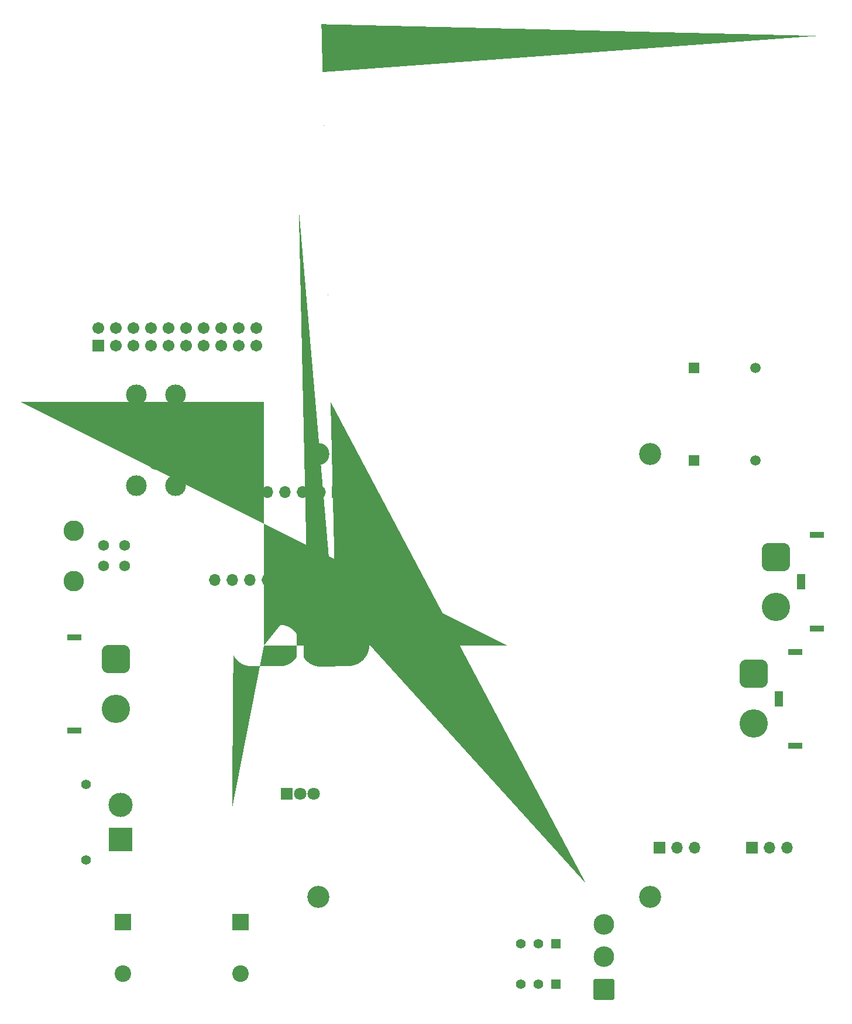
<source format=gbr>
%TF.GenerationSoftware,KiCad,Pcbnew,8.0.3*%
%TF.CreationDate,2025-06-05T12:32:52-07:00*%
%TF.ProjectId,Power_ManagementV2,506f7765-725f-44d6-916e-6167656d656e,rev?*%
%TF.SameCoordinates,Original*%
%TF.FileFunction,Soldermask,Bot*%
%TF.FilePolarity,Negative*%
%FSLAX46Y46*%
G04 Gerber Fmt 4.6, Leading zero omitted, Abs format (unit mm)*
G04 Created by KiCad (PCBNEW 8.0.3) date 2025-06-05 12:32:52*
%MOMM*%
%LPD*%
G01*
G04 APERTURE LIST*
G04 Aperture macros list*
%AMRoundRect*
0 Rectangle with rounded corners*
0 $1 Rounding radius*
0 $2 $3 $4 $5 $6 $7 $8 $9 X,Y pos of 4 corners*
0 Add a 4 corners polygon primitive as box body*
4,1,4,$2,$3,$4,$5,$6,$7,$8,$9,$2,$3,0*
0 Add four circle primitives for the rounded corners*
1,1,$1+$1,$2,$3*
1,1,$1+$1,$4,$5*
1,1,$1+$1,$6,$7*
1,1,$1+$1,$8,$9*
0 Add four rect primitives between the rounded corners*
20,1,$1+$1,$2,$3,$4,$5,0*
20,1,$1+$1,$4,$5,$6,$7,0*
20,1,$1+$1,$6,$7,$8,$9,0*
20,1,$1+$1,$8,$9,$2,$3,0*%
%AMFreePoly0*
4,1,64,2.219304,2.963065,2.677052,2.853170,3.111972,2.673020,3.513357,2.427051,3.871321,2.121320,4.177052,1.763356,4.423021,1.361971,4.603171,0.927051,4.713066,0.469303,4.750001,0.000000,4.713066,-0.469303,4.603171,-0.927051,4.423021,-1.361971,4.177052,-1.763356,3.871321,-2.121320,3.513357,-2.427051,3.111972,-2.673020,2.677052,-2.853170,2.219304,-2.963065,1.750001,-3.000000,
-2.249999,-3.000000,-2.397706,-2.996361,-2.545055,-2.985454,-2.691689,-2.967306,-2.837251,-2.941960,-2.981388,-2.909478,-3.123751,-2.869938,-3.263995,-2.823437,-3.401780,-2.770088,-3.536770,-2.710019,-3.668639,-2.643376,-3.797067,-2.570322,-3.921743,-2.491033,-4.042363,-2.405702,-4.158636,-2.314536,-4.270279,-2.217755,-4.377022,-2.115595,-4.478605,-2.008303,-4.574782,-1.896139,-4.665320,-1.779377,
-4.750000,-1.658298,-4.750001,1.658297,-4.665322,1.779376,-4.574783,1.896139,-4.478606,2.008302,-4.377023,2.115594,-4.270281,2.217755,-4.158637,2.314535,-4.042365,2.405702,-3.921744,2.491033,-3.797069,2.570322,-3.668640,2.643376,-3.536771,2.710019,-3.401780,2.770087,-3.263996,2.823437,-3.123752,2.869937,-2.981389,2.909477,-2.837251,2.941959,-2.691689,2.967304,-2.545056,2.985452,
-2.397706,2.996359,-2.249999,2.999997,1.750001,3.000000,2.219304,2.963065,2.219304,2.963065,$1*%
%AMFreePoly1*
4,1,64,2.397707,2.996361,2.545056,2.985454,2.691689,2.967306,2.837251,2.941960,2.981388,2.909477,3.123751,2.869938,3.263995,2.823437,3.401779,2.770087,3.536770,2.710019,3.668639,2.643376,3.797067,2.570322,3.921742,2.491033,4.042363,2.405702,4.158635,2.314536,4.270278,2.217755,4.377021,2.115595,4.478604,2.008303,4.574782,1.896140,4.665320,1.779378,4.750000,1.658299,
4.750001,-1.658298,4.665321,-1.779377,4.574783,-1.896139,4.478606,-2.008303,4.377022,-2.115595,4.270280,-2.217755,4.158637,-2.314536,4.042364,-2.405702,3.921744,-2.491033,3.797068,-2.570322,3.668640,-2.643376,3.536771,-2.710019,3.401780,-2.770087,3.263996,-2.823437,3.123752,-2.869937,2.981389,-2.909477,2.837251,-2.941959,2.691689,-2.967305,2.545056,-2.985453,2.397707,-2.996360,
2.250000,-2.999998,-1.750001,-3.000000,-2.219304,-2.963065,-2.677051,-2.853170,-3.111972,-2.673020,-3.513356,-2.427051,-3.871321,-2.121320,-4.177051,-1.763356,-4.423020,-1.361971,-4.603170,-0.927051,-4.713066,-0.469303,-4.750001,0.000000,-4.713066,0.469303,-4.603170,0.927051,-4.423020,1.361971,-4.177051,1.763356,-3.871321,2.121320,-3.513356,2.427051,-3.111972,2.673020,-2.677051,2.853170,
-2.219304,2.963065,-1.750001,3.000000,2.250000,3.000000,2.397707,2.996361,2.397707,2.996361,$1*%
G04 Aperture macros list end*
%ADD10C,1.498600*%
%ADD11R,1.498600X1.498600*%
%ADD12C,1.574800*%
%ADD13C,2.971800*%
%ADD14C,3.200000*%
%ADD15R,1.500000X1.500000*%
%ADD16C,1.500000*%
%ADD17C,3.000000*%
%ADD18R,2.400000X2.400000*%
%ADD19C,2.400000*%
%ADD20RoundRect,0.102000X-0.754000X-0.754000X0.754000X-0.754000X0.754000X0.754000X-0.754000X0.754000X0*%
%ADD21C,1.712000*%
%ADD22C,1.400000*%
%ADD23R,3.500000X3.500000*%
%ADD24C,3.500000*%
%ADD25R,1.700000X1.700000*%
%ADD26O,1.700000X1.700000*%
%ADD27RoundRect,0.102000X0.609000X0.609000X-0.609000X0.609000X-0.609000X-0.609000X0.609000X-0.609000X0*%
%ADD28C,1.422000*%
%ADD29R,2.000000X0.900000*%
%ADD30RoundRect,1.025000X-1.025000X1.025000X-1.025000X-1.025000X1.025000X-1.025000X1.025000X1.025000X0*%
%ADD31C,4.100000*%
%ADD32R,1.300000X2.300000*%
%ADD33RoundRect,1.025000X1.025000X-1.025000X1.025000X1.025000X-1.025000X1.025000X-1.025000X-1.025000X0*%
%ADD34R,1.800000X1.800000*%
%ADD35C,1.800000*%
%ADD36RoundRect,1.300000X-2.000000X-0.000010X2.000000X-0.000010X2.000000X0.000010X-2.000000X0.000010X0*%
%ADD37FreePoly0,0.000000*%
%ADD38FreePoly1,0.000000*%
%ADD39RoundRect,0.102000X1.387500X1.387500X-1.387500X1.387500X-1.387500X-1.387500X1.387500X-1.387500X0*%
%ADD40C,2.979000*%
G04 APERTURE END LIST*
D10*
%TO.C,D2*%
X254594480Y-60500000D03*
D11*
X245694320Y-60500000D03*
%TD*%
D12*
%TO.C,J9*%
X160274000Y-89183350D03*
X160274000Y-86183351D03*
X163273999Y-89183350D03*
X163273999Y-86183351D03*
D13*
X155953998Y-84033350D03*
X155953998Y-91333351D03*
%TD*%
D14*
%TO.C,H1*%
X191350000Y-73000000D03*
%TD*%
D15*
%TO.C,J7*%
X170355000Y-67525000D03*
D16*
X170355000Y-70025000D03*
X170355000Y-72025000D03*
X170355000Y-74525000D03*
X167735000Y-67525000D03*
X167735000Y-70025000D03*
X167735000Y-72025000D03*
X167735000Y-74525000D03*
D17*
X170705000Y-64455000D03*
X165025000Y-64455000D03*
X170705000Y-77595000D03*
X165025000Y-77595000D03*
%TD*%
D18*
%TO.C,C11*%
X163042600Y-140606846D03*
D19*
X163042600Y-148106846D03*
%TD*%
D10*
%TO.C,D1*%
X254543680Y-73915000D03*
D11*
X245643520Y-73915000D03*
%TD*%
D20*
%TO.C,J8*%
X159500000Y-57290000D03*
D21*
X159500000Y-54750000D03*
X162040000Y-57290000D03*
X162040000Y-54750000D03*
X164580000Y-57290000D03*
X164580000Y-54750000D03*
X167120000Y-57290000D03*
X167120000Y-54750000D03*
X169660000Y-57290000D03*
X169660000Y-54750000D03*
X172200000Y-57290000D03*
X172200000Y-54750000D03*
X174740000Y-57290000D03*
X174740000Y-54750000D03*
X177280000Y-57290000D03*
X177280000Y-54750000D03*
X179820000Y-57290000D03*
X179820000Y-54750000D03*
X182360000Y-57290000D03*
X182360000Y-54750000D03*
%TD*%
D14*
%TO.C,H2*%
X191350000Y-137000000D03*
%TD*%
D22*
%TO.C,J6*%
X157750000Y-131700000D03*
X157750000Y-120700000D03*
D23*
X162750000Y-128700000D03*
D24*
X162750000Y-123700000D03*
%TD*%
D14*
%TO.C,H4*%
X239350000Y-73000000D03*
%TD*%
D25*
%TO.C,J3*%
X194125000Y-78450000D03*
D26*
X191585000Y-78450000D03*
X189045000Y-78450000D03*
X186505000Y-78450000D03*
X183965000Y-78450000D03*
X181425000Y-78450000D03*
X178885000Y-78450000D03*
X176345000Y-78450000D03*
%TD*%
D27*
%TO.C,VR2*%
X225740400Y-149565600D03*
D28*
X223200400Y-149565600D03*
X220660400Y-149565600D03*
%TD*%
D18*
%TO.C,C10*%
X180060600Y-140606292D03*
D19*
X180060600Y-148106292D03*
%TD*%
D25*
%TO.C,J4*%
X194125000Y-91150000D03*
D26*
X191585000Y-91150000D03*
X189045000Y-91150000D03*
X186505000Y-91150000D03*
X183965000Y-91150000D03*
X181425000Y-91150000D03*
X178885000Y-91150000D03*
X176345000Y-91150000D03*
%TD*%
D29*
%TO.C,J2*%
X260317600Y-101606400D03*
X260317600Y-115106400D03*
D30*
X254317600Y-104756400D03*
D31*
X254317600Y-111956400D03*
D32*
X257967600Y-108356400D03*
%TD*%
D29*
%TO.C,J1*%
X263499600Y-84696400D03*
X263499600Y-98196400D03*
D30*
X257499600Y-87846400D03*
D31*
X257499600Y-95046400D03*
D32*
X261149600Y-91446400D03*
%TD*%
D27*
%TO.C,VR1*%
X225740400Y-143799800D03*
D28*
X223200400Y-143799800D03*
X220660400Y-143799800D03*
%TD*%
D14*
%TO.C,H3*%
X239350000Y-137000000D03*
%TD*%
D26*
%TO.C,PM2*%
X259170000Y-129840000D03*
X256630000Y-129840000D03*
D25*
X254090000Y-129840000D03*
%TD*%
D29*
%TO.C,J5*%
X156050000Y-112950000D03*
X156050000Y-99450000D03*
D33*
X162050000Y-102600000D03*
D31*
X162050000Y-109800000D03*
%TD*%
D34*
%TO.C,U5*%
X186790100Y-122099999D03*
D35*
X188700100Y-122099999D03*
X190610100Y-122099999D03*
D36*
X193700100Y-100700000D03*
D37*
X193950099Y-100700000D03*
D38*
X183450100Y-100700000D03*
%TD*%
D39*
%TO.C,S1*%
X232650000Y-150350000D03*
D40*
X232650000Y-145650000D03*
X232650000Y-140950000D03*
%TD*%
D26*
%TO.C,PM1*%
X245808300Y-129907700D03*
X243268300Y-129907700D03*
D25*
X240728300Y-129907700D03*
%TD*%
M02*

</source>
